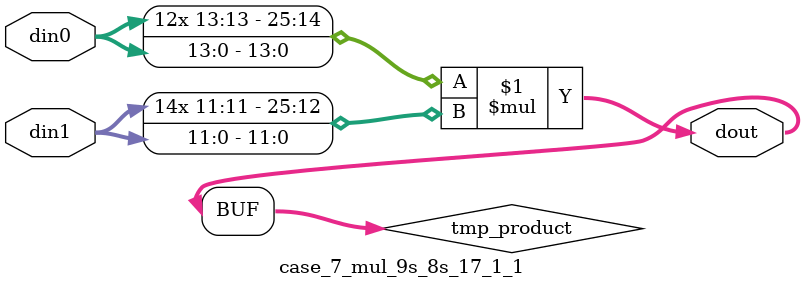
<source format=v>

`timescale 1 ns / 1 ps

 (* use_dsp = "no" *)  module case_7_mul_9s_8s_17_1_1(din0, din1, dout);
parameter ID = 1;
parameter NUM_STAGE = 0;
parameter din0_WIDTH = 14;
parameter din1_WIDTH = 12;
parameter dout_WIDTH = 26;

input [din0_WIDTH - 1 : 0] din0; 
input [din1_WIDTH - 1 : 0] din1; 
output [dout_WIDTH - 1 : 0] dout;

wire signed [dout_WIDTH - 1 : 0] tmp_product;



























assign tmp_product = $signed(din0) * $signed(din1);








assign dout = tmp_product;





















endmodule

</source>
